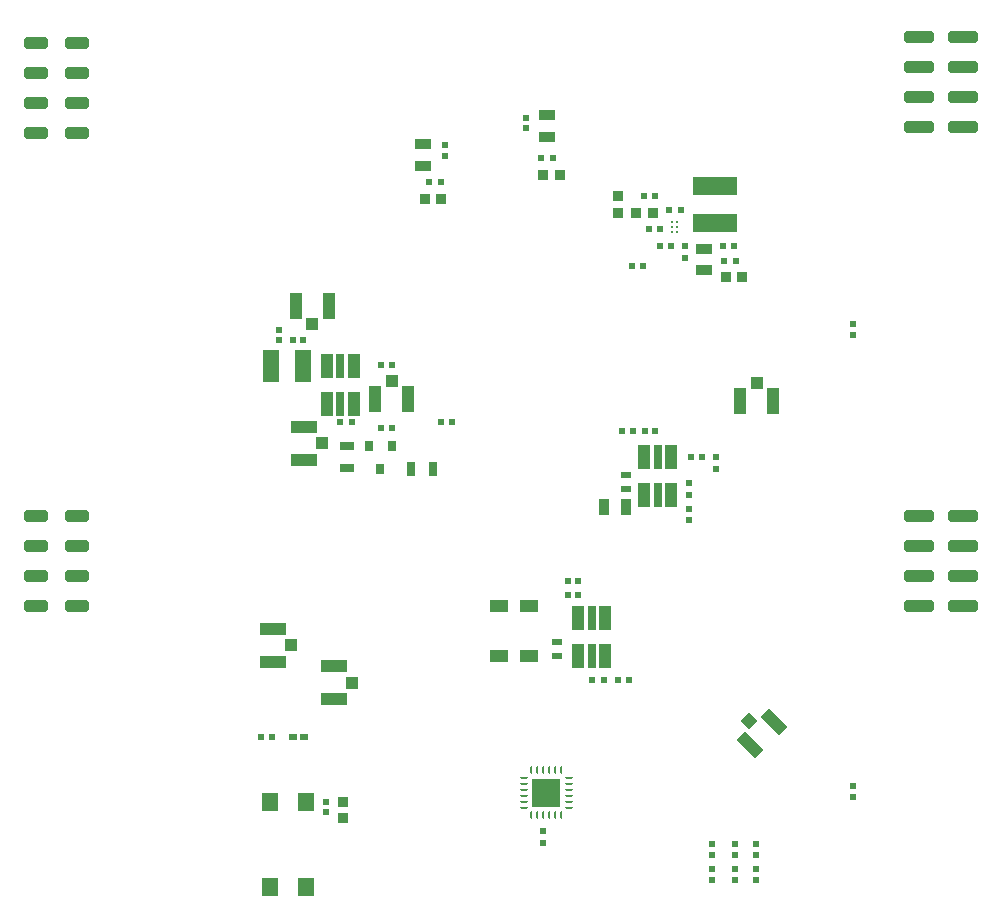
<source format=gtp>
G04*
G04 #@! TF.GenerationSoftware,Altium Limited,Altium Designer,23.0.1 (38)*
G04*
G04 Layer_Color=8421504*
%FSLAX43Y43*%
%MOMM*%
G71*
G04*
G04 #@! TF.SameCoordinates,3783B72A-52C1-49B3-AB2B-A03F01AA072C*
G04*
G04*
G04 #@! TF.FilePolarity,Positive*
G04*
G01*
G75*
%ADD15R,0.500X0.500*%
%ADD16R,0.500X0.500*%
%ADD17R,1.000X2.000*%
%ADD18R,0.650X2.000*%
%ADD19R,1.550X1.000*%
%ADD20R,0.700X0.500*%
%ADD21R,1.400X1.600*%
%ADD22R,0.900X0.900*%
%ADD23R,2.200X1.050*%
%ADD24R,1.000X1.000*%
%ADD25R,1.300X0.700*%
G04:AMPARAMS|DCode=26|XSize=2.2mm|YSize=1.05mm|CornerRadius=0mm|HoleSize=0mm|Usage=FLASHONLY|Rotation=135.000|XOffset=0mm|YOffset=0mm|HoleType=Round|Shape=Rectangle|*
%AMROTATEDRECTD26*
4,1,4,1.149,-0.407,0.407,-1.149,-1.149,0.407,-0.407,1.149,1.149,-0.407,0.0*
%
%ADD26ROTATEDRECTD26*%

%ADD27P,1.414X4X360.0*%
%ADD28R,0.900X0.600*%
%ADD29R,0.800X0.900*%
G04:AMPARAMS|DCode=30|XSize=1mm|YSize=2mm|CornerRadius=0.25mm|HoleSize=0mm|Usage=FLASHONLY|Rotation=270.000|XOffset=0mm|YOffset=0mm|HoleType=Round|Shape=RoundedRectangle|*
%AMROUNDEDRECTD30*
21,1,1.000,1.500,0,0,270.0*
21,1,0.500,2.000,0,0,270.0*
1,1,0.500,-0.750,-0.250*
1,1,0.500,-0.750,0.250*
1,1,0.500,0.750,0.250*
1,1,0.500,0.750,-0.250*
%
%ADD30ROUNDEDRECTD30*%
%ADD31R,2.450X2.450*%
G04:AMPARAMS|DCode=32|XSize=0.24mm|YSize=0.6mm|CornerRadius=0.06mm|HoleSize=0mm|Usage=FLASHONLY|Rotation=180.000|XOffset=0mm|YOffset=0mm|HoleType=Round|Shape=RoundedRectangle|*
%AMROUNDEDRECTD32*
21,1,0.240,0.480,0,0,180.0*
21,1,0.120,0.600,0,0,180.0*
1,1,0.120,-0.060,0.240*
1,1,0.120,0.060,0.240*
1,1,0.120,0.060,-0.240*
1,1,0.120,-0.060,-0.240*
%
%ADD32ROUNDEDRECTD32*%
G04:AMPARAMS|DCode=33|XSize=0.24mm|YSize=0.6mm|CornerRadius=0.06mm|HoleSize=0mm|Usage=FLASHONLY|Rotation=270.000|XOffset=0mm|YOffset=0mm|HoleType=Round|Shape=RoundedRectangle|*
%AMROUNDEDRECTD33*
21,1,0.240,0.480,0,0,270.0*
21,1,0.120,0.600,0,0,270.0*
1,1,0.120,-0.240,-0.060*
1,1,0.120,-0.240,0.060*
1,1,0.120,0.240,0.060*
1,1,0.120,0.240,-0.060*
%
%ADD33ROUNDEDRECTD33*%
%ADD34R,0.700X1.300*%
G04:AMPARAMS|DCode=35|XSize=1mm|YSize=2.5mm|CornerRadius=0.25mm|HoleSize=0mm|Usage=FLASHONLY|Rotation=270.000|XOffset=0mm|YOffset=0mm|HoleType=Round|Shape=RoundedRectangle|*
%AMROUNDEDRECTD35*
21,1,1.000,2.000,0,0,270.0*
21,1,0.500,2.500,0,0,270.0*
1,1,0.500,-1.000,-0.250*
1,1,0.500,-1.000,0.250*
1,1,0.500,1.000,0.250*
1,1,0.500,1.000,-0.250*
%
%ADD35ROUNDEDRECTD35*%
%ADD36R,0.950X1.400*%
%ADD37R,0.900X0.900*%
%ADD38C,0.200*%
%ADD39R,3.700X1.500*%
%ADD40R,1.400X0.950*%
%ADD41R,1.450X2.700*%
%ADD42R,1.050X2.200*%
%ADD43R,1.000X1.000*%
D15*
X104050Y50000D02*
D03*
Y49100D02*
D03*
X90150Y33450D02*
D03*
Y34350D02*
D03*
X104050Y10000D02*
D03*
Y10900D02*
D03*
X76325Y66600D02*
D03*
Y67500D02*
D03*
X69456Y64300D02*
D03*
Y65200D02*
D03*
X92050Y6025D02*
D03*
Y5125D02*
D03*
X94038D02*
D03*
Y6025D02*
D03*
X92050Y3000D02*
D03*
Y3900D02*
D03*
X89775Y55625D02*
D03*
Y56625D02*
D03*
X55400Y49575D02*
D03*
Y48675D02*
D03*
X59400Y9600D02*
D03*
Y8700D02*
D03*
X90150Y35575D02*
D03*
Y36575D02*
D03*
X95800Y6025D02*
D03*
Y5125D02*
D03*
X92400Y38750D02*
D03*
Y37750D02*
D03*
X77800Y7075D02*
D03*
Y6075D02*
D03*
X95800Y3900D02*
D03*
Y3000D02*
D03*
X94038Y3900D02*
D03*
Y3000D02*
D03*
D16*
X85025Y19875D02*
D03*
X84125D02*
D03*
X79875Y27075D02*
D03*
X80775D02*
D03*
X79875Y28300D02*
D03*
X80775D02*
D03*
X69175Y41725D02*
D03*
X70075D02*
D03*
X87275Y40975D02*
D03*
X86375D02*
D03*
X84475Y40975D02*
D03*
X85375D02*
D03*
X89425Y59725D02*
D03*
X88425D02*
D03*
X87225Y60850D02*
D03*
X86325D02*
D03*
X86776Y58075D02*
D03*
X87676D02*
D03*
X88600Y56675D02*
D03*
X87700D02*
D03*
X93950Y56625D02*
D03*
X93050D02*
D03*
X93075Y55400D02*
D03*
X94075D02*
D03*
X57475Y48700D02*
D03*
X56575D02*
D03*
X85314Y54966D02*
D03*
X86214D02*
D03*
X53900Y15100D02*
D03*
X54800D02*
D03*
X81925Y19875D02*
D03*
X82925D02*
D03*
X61609Y41736D02*
D03*
X60609D02*
D03*
X91233Y38761D02*
D03*
X90334D02*
D03*
X64950Y46575D02*
D03*
X64050D02*
D03*
X64950Y41200D02*
D03*
X64050D02*
D03*
X78625Y64075D02*
D03*
X77625D02*
D03*
X68150Y62025D02*
D03*
X69150D02*
D03*
D17*
X83025Y25125D02*
D03*
X80775Y21925D02*
D03*
Y25125D02*
D03*
X83025Y21925D02*
D03*
X61734Y46486D02*
D03*
X59484Y43286D02*
D03*
Y46486D02*
D03*
X61734Y43286D02*
D03*
X88608Y38786D02*
D03*
X86358Y35586D02*
D03*
Y38786D02*
D03*
X88608Y35586D02*
D03*
D18*
X81900Y25125D02*
D03*
Y21925D02*
D03*
X60609Y46486D02*
D03*
Y43286D02*
D03*
X87483Y38786D02*
D03*
Y35586D02*
D03*
D19*
X76600Y21950D02*
D03*
X74050D02*
D03*
Y26150D02*
D03*
X76600D02*
D03*
D20*
X57525Y15100D02*
D03*
X56625D02*
D03*
D21*
X57675Y2400D02*
D03*
X54675D02*
D03*
Y9600D02*
D03*
X57675D02*
D03*
D22*
X69150Y60650D02*
D03*
X67750D02*
D03*
X87050Y59475D02*
D03*
X85650D02*
D03*
X94650Y54025D02*
D03*
X93250D02*
D03*
X77800Y62650D02*
D03*
X79200D02*
D03*
D23*
X54925Y24250D02*
D03*
Y21450D02*
D03*
X60075Y21075D02*
D03*
Y18275D02*
D03*
X57524Y41350D02*
D03*
Y38550D02*
D03*
D24*
X56425Y22850D02*
D03*
X61575Y19675D02*
D03*
X59024Y39950D02*
D03*
D25*
X61207Y39750D02*
D03*
Y37850D02*
D03*
D26*
X95317Y14379D02*
D03*
X97296Y16358D02*
D03*
D27*
X95246Y16429D02*
D03*
D28*
X78975Y23125D02*
D03*
Y21925D02*
D03*
X84800Y37275D02*
D03*
Y36075D02*
D03*
D29*
X64950Y39750D02*
D03*
X63050D02*
D03*
X64000Y37750D02*
D03*
D30*
X38349Y33810D02*
D03*
Y31270D02*
D03*
Y28730D02*
D03*
Y26190D02*
D03*
X34851D02*
D03*
Y28730D02*
D03*
Y31270D02*
D03*
Y33810D02*
D03*
X38349Y73810D02*
D03*
Y71270D02*
D03*
Y68730D02*
D03*
Y66190D02*
D03*
X34851D02*
D03*
Y68730D02*
D03*
Y71270D02*
D03*
Y73810D02*
D03*
D31*
X78050Y10350D02*
D03*
D32*
X79300Y8450D02*
D03*
X78800D02*
D03*
X78300D02*
D03*
X77800D02*
D03*
X77300D02*
D03*
X76800D02*
D03*
Y12250D02*
D03*
X77300D02*
D03*
X77800D02*
D03*
X78300D02*
D03*
X78800D02*
D03*
X79300D02*
D03*
D33*
X76150Y9100D02*
D03*
Y9600D02*
D03*
Y10100D02*
D03*
Y10600D02*
D03*
Y11100D02*
D03*
Y11600D02*
D03*
X79950D02*
D03*
Y11100D02*
D03*
Y10600D02*
D03*
Y10100D02*
D03*
Y9600D02*
D03*
Y9100D02*
D03*
D34*
X68475Y37775D02*
D03*
X66575D02*
D03*
D35*
X109602Y66710D02*
D03*
Y69250D02*
D03*
Y71790D02*
D03*
Y74330D02*
D03*
X113300Y66710D02*
D03*
Y69250D02*
D03*
Y71790D02*
D03*
Y74330D02*
D03*
X109602Y26190D02*
D03*
Y28730D02*
D03*
Y31270D02*
D03*
Y33810D02*
D03*
X113300Y26190D02*
D03*
Y28730D02*
D03*
Y31270D02*
D03*
Y33810D02*
D03*
D36*
X84800Y34525D02*
D03*
X82950D02*
D03*
D37*
X60825Y8175D02*
D03*
Y9575D02*
D03*
X84100Y60850D02*
D03*
Y59450D02*
D03*
D38*
X89125Y57850D02*
D03*
X88725D02*
D03*
X89125Y58250D02*
D03*
X88725D02*
D03*
X89125Y58650D02*
D03*
X88725D02*
D03*
D39*
X92325Y58600D02*
D03*
Y61700D02*
D03*
D40*
X91425Y56425D02*
D03*
Y54575D02*
D03*
X78154Y67742D02*
D03*
Y65892D02*
D03*
X67616Y65300D02*
D03*
Y63450D02*
D03*
D41*
X54725Y46475D02*
D03*
X57475D02*
D03*
D42*
X63550Y43700D02*
D03*
X66350D02*
D03*
X94458Y43559D02*
D03*
X97258D02*
D03*
X59625Y51525D02*
D03*
X56825D02*
D03*
D43*
X64950Y45200D02*
D03*
X95858Y45059D02*
D03*
X58225Y50025D02*
D03*
M02*

</source>
